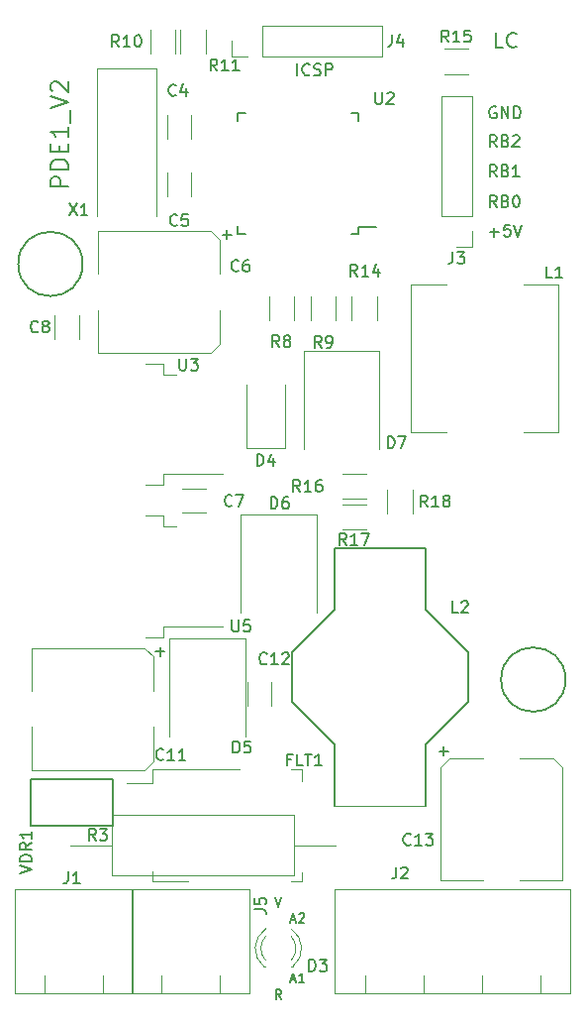
<source format=gbr>
G04 #@! TF.FileFunction,Legend,Top*
%FSLAX46Y46*%
G04 Gerber Fmt 4.6, Leading zero omitted, Abs format (unit mm)*
G04 Created by KiCad (PCBNEW 4.0.6) date 08/22/19 22:44:02*
%MOMM*%
%LPD*%
G01*
G04 APERTURE LIST*
%ADD10C,0.100000*%
%ADD11C,0.150000*%
%ADD12C,0.170000*%
%ADD13C,0.120000*%
G04 APERTURE END LIST*
D10*
D11*
X189913381Y-50113095D02*
X189294334Y-50113095D01*
X189294334Y-48813095D01*
X191089572Y-49989286D02*
X191027667Y-50051190D01*
X190841953Y-50113095D01*
X190718143Y-50113095D01*
X190532429Y-50051190D01*
X190408620Y-49927381D01*
X190346715Y-49803571D01*
X190284810Y-49555952D01*
X190284810Y-49370238D01*
X190346715Y-49122619D01*
X190408620Y-48998810D01*
X190532429Y-48875000D01*
X190718143Y-48813095D01*
X190841953Y-48813095D01*
X191027667Y-48875000D01*
X191089572Y-48936905D01*
D12*
X152739571Y-61989285D02*
X151239571Y-61989285D01*
X151239571Y-61417857D01*
X151311000Y-61274999D01*
X151382429Y-61203571D01*
X151525286Y-61132142D01*
X151739571Y-61132142D01*
X151882429Y-61203571D01*
X151953857Y-61274999D01*
X152025286Y-61417857D01*
X152025286Y-61989285D01*
X152739571Y-60489285D02*
X151239571Y-60489285D01*
X151239571Y-60132142D01*
X151311000Y-59917857D01*
X151453857Y-59774999D01*
X151596714Y-59703571D01*
X151882429Y-59632142D01*
X152096714Y-59632142D01*
X152382429Y-59703571D01*
X152525286Y-59774999D01*
X152668143Y-59917857D01*
X152739571Y-60132142D01*
X152739571Y-60489285D01*
X151953857Y-58989285D02*
X151953857Y-58489285D01*
X152739571Y-58274999D02*
X152739571Y-58989285D01*
X151239571Y-58989285D01*
X151239571Y-58274999D01*
X152739571Y-56846428D02*
X152739571Y-57703571D01*
X152739571Y-57274999D02*
X151239571Y-57274999D01*
X151453857Y-57417856D01*
X151596714Y-57560714D01*
X151668143Y-57703571D01*
X152882429Y-56560714D02*
X152882429Y-55417857D01*
X151239571Y-55275000D02*
X152739571Y-54775000D01*
X151239571Y-54275000D01*
X151382429Y-53846429D02*
X151311000Y-53775000D01*
X151239571Y-53632143D01*
X151239571Y-53275000D01*
X151311000Y-53132143D01*
X151382429Y-53060714D01*
X151525286Y-52989286D01*
X151668143Y-52989286D01*
X151882429Y-53060714D01*
X152739571Y-53917857D01*
X152739571Y-52989286D01*
D11*
X188799095Y-65846429D02*
X189561000Y-65846429D01*
X189180048Y-66227381D02*
X189180048Y-65465476D01*
X190513381Y-65227381D02*
X190037190Y-65227381D01*
X189989571Y-65703571D01*
X190037190Y-65655952D01*
X190132428Y-65608333D01*
X190370524Y-65608333D01*
X190465762Y-65655952D01*
X190513381Y-65703571D01*
X190561000Y-65798810D01*
X190561000Y-66036905D01*
X190513381Y-66132143D01*
X190465762Y-66179762D01*
X190370524Y-66227381D01*
X190132428Y-66227381D01*
X190037190Y-66179762D01*
X189989571Y-66132143D01*
X190846714Y-65227381D02*
X191180047Y-66227381D01*
X191513381Y-65227381D01*
X189370524Y-63727381D02*
X189037190Y-63251190D01*
X188799095Y-63727381D02*
X188799095Y-62727381D01*
X189180048Y-62727381D01*
X189275286Y-62775000D01*
X189322905Y-62822619D01*
X189370524Y-62917857D01*
X189370524Y-63060714D01*
X189322905Y-63155952D01*
X189275286Y-63203571D01*
X189180048Y-63251190D01*
X188799095Y-63251190D01*
X190132429Y-63203571D02*
X190275286Y-63251190D01*
X190322905Y-63298810D01*
X190370524Y-63394048D01*
X190370524Y-63536905D01*
X190322905Y-63632143D01*
X190275286Y-63679762D01*
X190180048Y-63727381D01*
X189799095Y-63727381D01*
X189799095Y-62727381D01*
X190132429Y-62727381D01*
X190227667Y-62775000D01*
X190275286Y-62822619D01*
X190322905Y-62917857D01*
X190322905Y-63013095D01*
X190275286Y-63108333D01*
X190227667Y-63155952D01*
X190132429Y-63203571D01*
X189799095Y-63203571D01*
X190989571Y-62727381D02*
X191084810Y-62727381D01*
X191180048Y-62775000D01*
X191227667Y-62822619D01*
X191275286Y-62917857D01*
X191322905Y-63108333D01*
X191322905Y-63346429D01*
X191275286Y-63536905D01*
X191227667Y-63632143D01*
X191180048Y-63679762D01*
X191084810Y-63727381D01*
X190989571Y-63727381D01*
X190894333Y-63679762D01*
X190846714Y-63632143D01*
X190799095Y-63536905D01*
X190751476Y-63346429D01*
X190751476Y-63108333D01*
X190799095Y-62917857D01*
X190846714Y-62822619D01*
X190894333Y-62775000D01*
X190989571Y-62727381D01*
X189370524Y-61127381D02*
X189037190Y-60651190D01*
X188799095Y-61127381D02*
X188799095Y-60127381D01*
X189180048Y-60127381D01*
X189275286Y-60175000D01*
X189322905Y-60222619D01*
X189370524Y-60317857D01*
X189370524Y-60460714D01*
X189322905Y-60555952D01*
X189275286Y-60603571D01*
X189180048Y-60651190D01*
X188799095Y-60651190D01*
X190132429Y-60603571D02*
X190275286Y-60651190D01*
X190322905Y-60698810D01*
X190370524Y-60794048D01*
X190370524Y-60936905D01*
X190322905Y-61032143D01*
X190275286Y-61079762D01*
X190180048Y-61127381D01*
X189799095Y-61127381D01*
X189799095Y-60127381D01*
X190132429Y-60127381D01*
X190227667Y-60175000D01*
X190275286Y-60222619D01*
X190322905Y-60317857D01*
X190322905Y-60413095D01*
X190275286Y-60508333D01*
X190227667Y-60555952D01*
X190132429Y-60603571D01*
X189799095Y-60603571D01*
X191322905Y-61127381D02*
X190751476Y-61127381D01*
X191037190Y-61127381D02*
X191037190Y-60127381D01*
X190941952Y-60270238D01*
X190846714Y-60365476D01*
X190751476Y-60413095D01*
X189370524Y-58577381D02*
X189037190Y-58101190D01*
X188799095Y-58577381D02*
X188799095Y-57577381D01*
X189180048Y-57577381D01*
X189275286Y-57625000D01*
X189322905Y-57672619D01*
X189370524Y-57767857D01*
X189370524Y-57910714D01*
X189322905Y-58005952D01*
X189275286Y-58053571D01*
X189180048Y-58101190D01*
X188799095Y-58101190D01*
X190132429Y-58053571D02*
X190275286Y-58101190D01*
X190322905Y-58148810D01*
X190370524Y-58244048D01*
X190370524Y-58386905D01*
X190322905Y-58482143D01*
X190275286Y-58529762D01*
X190180048Y-58577381D01*
X189799095Y-58577381D01*
X189799095Y-57577381D01*
X190132429Y-57577381D01*
X190227667Y-57625000D01*
X190275286Y-57672619D01*
X190322905Y-57767857D01*
X190322905Y-57863095D01*
X190275286Y-57958333D01*
X190227667Y-58005952D01*
X190132429Y-58053571D01*
X189799095Y-58053571D01*
X190751476Y-57672619D02*
X190799095Y-57625000D01*
X190894333Y-57577381D01*
X191132429Y-57577381D01*
X191227667Y-57625000D01*
X191275286Y-57672619D01*
X191322905Y-57767857D01*
X191322905Y-57863095D01*
X191275286Y-58005952D01*
X190703857Y-58577381D01*
X191322905Y-58577381D01*
X189322905Y-55175000D02*
X189227667Y-55127381D01*
X189084810Y-55127381D01*
X188941952Y-55175000D01*
X188846714Y-55270238D01*
X188799095Y-55365476D01*
X188751476Y-55555952D01*
X188751476Y-55698810D01*
X188799095Y-55889286D01*
X188846714Y-55984524D01*
X188941952Y-56079762D01*
X189084810Y-56127381D01*
X189180048Y-56127381D01*
X189322905Y-56079762D01*
X189370524Y-56032143D01*
X189370524Y-55698810D01*
X189180048Y-55698810D01*
X189799095Y-56127381D02*
X189799095Y-55127381D01*
X190370524Y-56127381D01*
X190370524Y-55127381D01*
X190846714Y-56127381D02*
X190846714Y-55127381D01*
X191084809Y-55127381D01*
X191227667Y-55175000D01*
X191322905Y-55270238D01*
X191370524Y-55365476D01*
X191418143Y-55555952D01*
X191418143Y-55698810D01*
X191370524Y-55889286D01*
X191322905Y-55984524D01*
X191227667Y-56079762D01*
X191084809Y-56127381D01*
X190846714Y-56127381D01*
X172334810Y-52477381D02*
X172334810Y-51477381D01*
X173382429Y-52382143D02*
X173334810Y-52429762D01*
X173191953Y-52477381D01*
X173096715Y-52477381D01*
X172953857Y-52429762D01*
X172858619Y-52334524D01*
X172811000Y-52239286D01*
X172763381Y-52048810D01*
X172763381Y-51905952D01*
X172811000Y-51715476D01*
X172858619Y-51620238D01*
X172953857Y-51525000D01*
X173096715Y-51477381D01*
X173191953Y-51477381D01*
X173334810Y-51525000D01*
X173382429Y-51572619D01*
X173763381Y-52429762D02*
X173906238Y-52477381D01*
X174144334Y-52477381D01*
X174239572Y-52429762D01*
X174287191Y-52382143D01*
X174334810Y-52286905D01*
X174334810Y-52191667D01*
X174287191Y-52096429D01*
X174239572Y-52048810D01*
X174144334Y-52001190D01*
X173953857Y-51953571D01*
X173858619Y-51905952D01*
X173811000Y-51858333D01*
X173763381Y-51763095D01*
X173763381Y-51667857D01*
X173811000Y-51572619D01*
X173858619Y-51525000D01*
X173953857Y-51477381D01*
X174191953Y-51477381D01*
X174334810Y-51525000D01*
X174763381Y-52477381D02*
X174763381Y-51477381D01*
X175144334Y-51477381D01*
X175239572Y-51525000D01*
X175287191Y-51572619D01*
X175334810Y-51667857D01*
X175334810Y-51810714D01*
X175287191Y-51905952D01*
X175239572Y-51953571D01*
X175144334Y-52001190D01*
X174763381Y-52001190D01*
D13*
X161191000Y-55875000D02*
X161191000Y-57875000D01*
X163231000Y-57875000D02*
X163231000Y-55875000D01*
X163231000Y-62775000D02*
X163231000Y-60775000D01*
X161191000Y-60775000D02*
X161191000Y-62775000D01*
X162511000Y-89795000D02*
X164511000Y-89795000D01*
X164511000Y-87755000D02*
X162511000Y-87755000D01*
X151591000Y-72975000D02*
X151591000Y-74975000D01*
X153631000Y-74975000D02*
X153631000Y-72975000D01*
X170081000Y-106275000D02*
X170081000Y-104275000D01*
X168041000Y-104275000D02*
X168041000Y-106275000D01*
X167961000Y-84275000D02*
X171261000Y-84275000D01*
X171261000Y-84275000D02*
X171261000Y-78875000D01*
X167961000Y-84275000D02*
X167961000Y-78875000D01*
X161361000Y-100575000D02*
X167861000Y-100575000D01*
X161361000Y-100575000D02*
X161361000Y-108975000D01*
X167861000Y-100575000D02*
X167861000Y-108975000D01*
X167461000Y-89975000D02*
X173961000Y-89975000D01*
X167461000Y-89975000D02*
X167461000Y-98375000D01*
X173961000Y-89975000D02*
X173961000Y-98375000D01*
X172861000Y-75975000D02*
X179361000Y-75975000D01*
X172861000Y-75975000D02*
X172861000Y-84375000D01*
X179361000Y-75975000D02*
X179361000Y-84375000D01*
X159961000Y-121325000D02*
X159961000Y-120475000D01*
X172761000Y-121325000D02*
X172761000Y-120525000D01*
X172761000Y-112725000D02*
X172761000Y-111725000D01*
X159961000Y-112925000D02*
X159961000Y-111725000D01*
X167361000Y-111725000D02*
X159961000Y-111725000D01*
X172761000Y-111725000D02*
X171761000Y-111725000D01*
X171761000Y-121325000D02*
X172761000Y-121325000D01*
X162961000Y-121325000D02*
X159961000Y-121325000D01*
X159961000Y-112925000D02*
X157761000Y-112925000D01*
X187291000Y-54285000D02*
X184631000Y-54285000D01*
X187291000Y-64505000D02*
X187291000Y-54285000D01*
X184631000Y-64505000D02*
X184631000Y-54285000D01*
X187291000Y-64505000D02*
X184631000Y-64505000D01*
X187291000Y-65775000D02*
X187291000Y-67105000D01*
X187291000Y-67105000D02*
X185961000Y-67105000D01*
X179551000Y-50855000D02*
X179551000Y-48195000D01*
X169331000Y-50855000D02*
X179551000Y-50855000D01*
X169331000Y-48195000D02*
X179551000Y-48195000D01*
X169331000Y-50855000D02*
X169331000Y-48195000D01*
X168061000Y-50855000D02*
X166731000Y-50855000D01*
X166731000Y-50855000D02*
X166731000Y-49525000D01*
X185061000Y-82975000D02*
X182061000Y-82975000D01*
X182061000Y-82975000D02*
X182061000Y-70375000D01*
X182061000Y-70375000D02*
X185061000Y-70375000D01*
X191661000Y-70375000D02*
X194661000Y-70375000D01*
X194661000Y-70375000D02*
X194661000Y-82975000D01*
X194661000Y-82975000D02*
X191661000Y-82975000D01*
X156451000Y-115665000D02*
X156451000Y-120785000D01*
X156451000Y-120785000D02*
X172071000Y-120785000D01*
X172071000Y-120785000D02*
X172071000Y-115665000D01*
X172071000Y-115665000D02*
X156451000Y-115665000D01*
X152941000Y-118225000D02*
X156451000Y-118225000D01*
X175581000Y-118225000D02*
X172071000Y-118225000D01*
X172031000Y-71375000D02*
X172031000Y-73375000D01*
X169891000Y-73375000D02*
X169891000Y-71375000D01*
X175631000Y-71375000D02*
X175631000Y-73375000D01*
X173491000Y-73375000D02*
X173491000Y-71375000D01*
X164481000Y-48575000D02*
X164481000Y-50575000D01*
X162341000Y-50575000D02*
X162341000Y-48575000D01*
X159741000Y-50575000D02*
X159741000Y-48575000D01*
X161881000Y-48575000D02*
X161881000Y-50575000D01*
X179131000Y-71375000D02*
X179131000Y-73375000D01*
X176991000Y-73375000D02*
X176991000Y-71375000D01*
X186911000Y-52345000D02*
X184911000Y-52345000D01*
X184911000Y-50205000D02*
X186911000Y-50205000D01*
X176211000Y-86505000D02*
X178211000Y-86505000D01*
X178211000Y-88645000D02*
X176211000Y-88645000D01*
X178211000Y-91245000D02*
X176211000Y-91245000D01*
X176211000Y-89105000D02*
X178211000Y-89105000D01*
X182181000Y-87875000D02*
X182181000Y-89875000D01*
X180041000Y-89875000D02*
X180041000Y-87875000D01*
D11*
X177586000Y-66050000D02*
X177586000Y-65450000D01*
X167236000Y-66050000D02*
X167236000Y-65380000D01*
X167236000Y-55700000D02*
X167236000Y-56370000D01*
X177586000Y-55700000D02*
X177586000Y-56370000D01*
X177586000Y-66050000D02*
X176916000Y-66050000D01*
X177586000Y-55700000D02*
X176916000Y-55700000D01*
X167236000Y-55700000D02*
X167906000Y-55700000D01*
X167236000Y-66050000D02*
X167906000Y-66050000D01*
X177586000Y-65450000D02*
X179061000Y-65450000D01*
D13*
X159361000Y-87475000D02*
X160861000Y-87475000D01*
X160861000Y-87475000D02*
X160861000Y-86525000D01*
X160861000Y-86525000D02*
X165986000Y-86525000D01*
X159361000Y-77075000D02*
X160861000Y-77075000D01*
X160861000Y-77075000D02*
X160861000Y-78025000D01*
X160861000Y-78025000D02*
X161961000Y-78025000D01*
X159361000Y-100475000D02*
X160861000Y-100475000D01*
X160861000Y-100475000D02*
X160861000Y-99525000D01*
X160861000Y-99525000D02*
X165986000Y-99525000D01*
X159361000Y-90075000D02*
X160861000Y-90075000D01*
X160861000Y-90075000D02*
X160861000Y-91025000D01*
X160861000Y-91025000D02*
X161961000Y-91025000D01*
D11*
X149511000Y-116575000D02*
X156511000Y-116575000D01*
X149511000Y-112575000D02*
X156511000Y-112575000D01*
X156511000Y-112575000D02*
X156511000Y-116575000D01*
X149511000Y-112575000D02*
X149511000Y-116575000D01*
D13*
X165721000Y-75425000D02*
X165721000Y-72535000D01*
X165721000Y-66525000D02*
X165721000Y-69415000D01*
X155301000Y-65765000D02*
X155301000Y-69415000D01*
X155301000Y-76185000D02*
X155301000Y-72535000D01*
X155301000Y-65765000D02*
X164961000Y-65765000D01*
X164961000Y-65765000D02*
X165721000Y-66525000D01*
X165721000Y-75425000D02*
X164961000Y-76185000D01*
X164961000Y-76185000D02*
X155301000Y-76185000D01*
X160021000Y-111025000D02*
X160021000Y-108135000D01*
X160021000Y-102125000D02*
X160021000Y-105015000D01*
X149601000Y-101365000D02*
X149601000Y-105015000D01*
X149601000Y-111785000D02*
X149601000Y-108135000D01*
X149601000Y-101365000D02*
X159261000Y-101365000D01*
X159261000Y-101365000D02*
X160021000Y-102125000D01*
X160021000Y-111025000D02*
X159261000Y-111785000D01*
X159261000Y-111785000D02*
X149601000Y-111785000D01*
X194211000Y-110765000D02*
X191321000Y-110765000D01*
X185311000Y-110765000D02*
X188201000Y-110765000D01*
X184551000Y-121185000D02*
X188201000Y-121185000D01*
X194971000Y-121185000D02*
X191321000Y-121185000D01*
X184551000Y-121185000D02*
X184551000Y-111525000D01*
X184551000Y-111525000D02*
X185311000Y-110765000D01*
X194211000Y-110765000D02*
X194971000Y-111525000D01*
X194971000Y-111525000D02*
X194971000Y-121185000D01*
X155711000Y-129335000D02*
X155711000Y-130885000D01*
X150711000Y-129335000D02*
X150711000Y-130885000D01*
X148151000Y-121965000D02*
X158271000Y-121965000D01*
X158271000Y-130885000D02*
X148151000Y-130885000D01*
X148151000Y-121965000D02*
X148151000Y-130885000D01*
X158271000Y-121965000D02*
X158271000Y-130885000D01*
X193121000Y-129325000D02*
X193111000Y-130885000D01*
X188111000Y-129325000D02*
X188111000Y-130885000D01*
X183111000Y-129325000D02*
X183111000Y-130885000D01*
X178111000Y-129335000D02*
X178111000Y-130885000D01*
X195671000Y-121965000D02*
X195671000Y-130885000D01*
X175551000Y-121965000D02*
X195671000Y-121965000D01*
X195671000Y-130885000D02*
X175551000Y-130885000D01*
X175551000Y-121965000D02*
X175551000Y-130885000D01*
X165711000Y-129335000D02*
X165711000Y-130885000D01*
X160711000Y-129335000D02*
X160711000Y-130885000D01*
X158151000Y-121965000D02*
X168271000Y-121965000D01*
X168271000Y-130885000D02*
X158151000Y-130885000D01*
X158151000Y-121965000D02*
X158151000Y-130885000D01*
X168271000Y-121965000D02*
X168271000Y-130885000D01*
D11*
X183291000Y-114875000D02*
X183291000Y-109615000D01*
X183291000Y-109615000D02*
X186911000Y-105995000D01*
X175531000Y-114875000D02*
X175531000Y-109615000D01*
X175531000Y-109615000D02*
X171911000Y-105995000D01*
X183301000Y-92875000D02*
X183301000Y-98135000D01*
X183301000Y-98135000D02*
X186911000Y-101755000D01*
X175551000Y-92875000D02*
X175541000Y-98145000D01*
X175541000Y-98145000D02*
X171911000Y-101755000D01*
D13*
X183291000Y-114875000D02*
X175531000Y-114865000D01*
D11*
X183311000Y-92875000D02*
X175551000Y-92875000D01*
X171911000Y-101755000D02*
X171911000Y-105995000D01*
X186911000Y-105995000D02*
X186911000Y-101755000D01*
D13*
X169632392Y-125362665D02*
G75*
G03X169475484Y-128595000I1078608J-1672335D01*
G01*
X171789608Y-125362665D02*
G75*
G02X171946516Y-128595000I-1078608J-1672335D01*
G01*
X169631163Y-125993870D02*
G75*
G03X169631000Y-128075961I1079837J-1041130D01*
G01*
X171790837Y-125993870D02*
G75*
G02X171791000Y-128075961I-1079837J-1041130D01*
G01*
X169475000Y-128595000D02*
X169631000Y-128595000D01*
X171791000Y-128595000D02*
X171947000Y-128595000D01*
D11*
X195261164Y-104075000D02*
G75*
G03X195261164Y-104075000I-2750164J0D01*
G01*
X153961164Y-68575000D02*
G75*
G03X153961164Y-68575000I-2750164J0D01*
G01*
D13*
X160261000Y-64475000D02*
X160261000Y-51875000D01*
X160261000Y-51875000D02*
X155161000Y-51875000D01*
X155161000Y-51875000D02*
X155161000Y-64475000D01*
D11*
X161944334Y-54132143D02*
X161896715Y-54179762D01*
X161753858Y-54227381D01*
X161658620Y-54227381D01*
X161515762Y-54179762D01*
X161420524Y-54084524D01*
X161372905Y-53989286D01*
X161325286Y-53798810D01*
X161325286Y-53655952D01*
X161372905Y-53465476D01*
X161420524Y-53370238D01*
X161515762Y-53275000D01*
X161658620Y-53227381D01*
X161753858Y-53227381D01*
X161896715Y-53275000D01*
X161944334Y-53322619D01*
X162801477Y-53560714D02*
X162801477Y-54227381D01*
X162563381Y-53179762D02*
X162325286Y-53894048D01*
X162944334Y-53894048D01*
X162044334Y-65232143D02*
X161996715Y-65279762D01*
X161853858Y-65327381D01*
X161758620Y-65327381D01*
X161615762Y-65279762D01*
X161520524Y-65184524D01*
X161472905Y-65089286D01*
X161425286Y-64898810D01*
X161425286Y-64755952D01*
X161472905Y-64565476D01*
X161520524Y-64470238D01*
X161615762Y-64375000D01*
X161758620Y-64327381D01*
X161853858Y-64327381D01*
X161996715Y-64375000D01*
X162044334Y-64422619D01*
X162949096Y-64327381D02*
X162472905Y-64327381D01*
X162425286Y-64803571D01*
X162472905Y-64755952D01*
X162568143Y-64708333D01*
X162806239Y-64708333D01*
X162901477Y-64755952D01*
X162949096Y-64803571D01*
X162996715Y-64898810D01*
X162996715Y-65136905D01*
X162949096Y-65232143D01*
X162901477Y-65279762D01*
X162806239Y-65327381D01*
X162568143Y-65327381D01*
X162472905Y-65279762D01*
X162425286Y-65232143D01*
X166744334Y-89182143D02*
X166696715Y-89229762D01*
X166553858Y-89277381D01*
X166458620Y-89277381D01*
X166315762Y-89229762D01*
X166220524Y-89134524D01*
X166172905Y-89039286D01*
X166125286Y-88848810D01*
X166125286Y-88705952D01*
X166172905Y-88515476D01*
X166220524Y-88420238D01*
X166315762Y-88325000D01*
X166458620Y-88277381D01*
X166553858Y-88277381D01*
X166696715Y-88325000D01*
X166744334Y-88372619D01*
X167077667Y-88277381D02*
X167744334Y-88277381D01*
X167315762Y-89277381D01*
X150144334Y-74332143D02*
X150096715Y-74379762D01*
X149953858Y-74427381D01*
X149858620Y-74427381D01*
X149715762Y-74379762D01*
X149620524Y-74284524D01*
X149572905Y-74189286D01*
X149525286Y-73998810D01*
X149525286Y-73855952D01*
X149572905Y-73665476D01*
X149620524Y-73570238D01*
X149715762Y-73475000D01*
X149858620Y-73427381D01*
X149953858Y-73427381D01*
X150096715Y-73475000D01*
X150144334Y-73522619D01*
X150715762Y-73855952D02*
X150620524Y-73808333D01*
X150572905Y-73760714D01*
X150525286Y-73665476D01*
X150525286Y-73617857D01*
X150572905Y-73522619D01*
X150620524Y-73475000D01*
X150715762Y-73427381D01*
X150906239Y-73427381D01*
X151001477Y-73475000D01*
X151049096Y-73522619D01*
X151096715Y-73617857D01*
X151096715Y-73665476D01*
X151049096Y-73760714D01*
X151001477Y-73808333D01*
X150906239Y-73855952D01*
X150715762Y-73855952D01*
X150620524Y-73903571D01*
X150572905Y-73951190D01*
X150525286Y-74046429D01*
X150525286Y-74236905D01*
X150572905Y-74332143D01*
X150620524Y-74379762D01*
X150715762Y-74427381D01*
X150906239Y-74427381D01*
X151001477Y-74379762D01*
X151049096Y-74332143D01*
X151096715Y-74236905D01*
X151096715Y-74046429D01*
X151049096Y-73951190D01*
X151001477Y-73903571D01*
X150906239Y-73855952D01*
X169718143Y-102682143D02*
X169670524Y-102729762D01*
X169527667Y-102777381D01*
X169432429Y-102777381D01*
X169289571Y-102729762D01*
X169194333Y-102634524D01*
X169146714Y-102539286D01*
X169099095Y-102348810D01*
X169099095Y-102205952D01*
X169146714Y-102015476D01*
X169194333Y-101920238D01*
X169289571Y-101825000D01*
X169432429Y-101777381D01*
X169527667Y-101777381D01*
X169670524Y-101825000D01*
X169718143Y-101872619D01*
X170670524Y-102777381D02*
X170099095Y-102777381D01*
X170384809Y-102777381D02*
X170384809Y-101777381D01*
X170289571Y-101920238D01*
X170194333Y-102015476D01*
X170099095Y-102063095D01*
X171051476Y-101872619D02*
X171099095Y-101825000D01*
X171194333Y-101777381D01*
X171432429Y-101777381D01*
X171527667Y-101825000D01*
X171575286Y-101872619D01*
X171622905Y-101967857D01*
X171622905Y-102063095D01*
X171575286Y-102205952D01*
X171003857Y-102777381D01*
X171622905Y-102777381D01*
X168872905Y-85827381D02*
X168872905Y-84827381D01*
X169111000Y-84827381D01*
X169253858Y-84875000D01*
X169349096Y-84970238D01*
X169396715Y-85065476D01*
X169444334Y-85255952D01*
X169444334Y-85398810D01*
X169396715Y-85589286D01*
X169349096Y-85684524D01*
X169253858Y-85779762D01*
X169111000Y-85827381D01*
X168872905Y-85827381D01*
X170301477Y-85160714D02*
X170301477Y-85827381D01*
X170063381Y-84779762D02*
X169825286Y-85494048D01*
X170444334Y-85494048D01*
X166822905Y-110327381D02*
X166822905Y-109327381D01*
X167061000Y-109327381D01*
X167203858Y-109375000D01*
X167299096Y-109470238D01*
X167346715Y-109565476D01*
X167394334Y-109755952D01*
X167394334Y-109898810D01*
X167346715Y-110089286D01*
X167299096Y-110184524D01*
X167203858Y-110279762D01*
X167061000Y-110327381D01*
X166822905Y-110327381D01*
X168299096Y-109327381D02*
X167822905Y-109327381D01*
X167775286Y-109803571D01*
X167822905Y-109755952D01*
X167918143Y-109708333D01*
X168156239Y-109708333D01*
X168251477Y-109755952D01*
X168299096Y-109803571D01*
X168346715Y-109898810D01*
X168346715Y-110136905D01*
X168299096Y-110232143D01*
X168251477Y-110279762D01*
X168156239Y-110327381D01*
X167918143Y-110327381D01*
X167822905Y-110279762D01*
X167775286Y-110232143D01*
X170072905Y-89477381D02*
X170072905Y-88477381D01*
X170311000Y-88477381D01*
X170453858Y-88525000D01*
X170549096Y-88620238D01*
X170596715Y-88715476D01*
X170644334Y-88905952D01*
X170644334Y-89048810D01*
X170596715Y-89239286D01*
X170549096Y-89334524D01*
X170453858Y-89429762D01*
X170311000Y-89477381D01*
X170072905Y-89477381D01*
X171501477Y-88477381D02*
X171311000Y-88477381D01*
X171215762Y-88525000D01*
X171168143Y-88572619D01*
X171072905Y-88715476D01*
X171025286Y-88905952D01*
X171025286Y-89286905D01*
X171072905Y-89382143D01*
X171120524Y-89429762D01*
X171215762Y-89477381D01*
X171406239Y-89477381D01*
X171501477Y-89429762D01*
X171549096Y-89382143D01*
X171596715Y-89286905D01*
X171596715Y-89048810D01*
X171549096Y-88953571D01*
X171501477Y-88905952D01*
X171406239Y-88858333D01*
X171215762Y-88858333D01*
X171120524Y-88905952D01*
X171072905Y-88953571D01*
X171025286Y-89048810D01*
X180072905Y-84327381D02*
X180072905Y-83327381D01*
X180311000Y-83327381D01*
X180453858Y-83375000D01*
X180549096Y-83470238D01*
X180596715Y-83565476D01*
X180644334Y-83755952D01*
X180644334Y-83898810D01*
X180596715Y-84089286D01*
X180549096Y-84184524D01*
X180453858Y-84279762D01*
X180311000Y-84327381D01*
X180072905Y-84327381D01*
X180977667Y-83327381D02*
X181644334Y-83327381D01*
X181215762Y-84327381D01*
X171791953Y-110903571D02*
X171458619Y-110903571D01*
X171458619Y-111427381D02*
X171458619Y-110427381D01*
X171934810Y-110427381D01*
X172791953Y-111427381D02*
X172315762Y-111427381D01*
X172315762Y-110427381D01*
X172982429Y-110427381D02*
X173553858Y-110427381D01*
X173268143Y-111427381D02*
X173268143Y-110427381D01*
X174411001Y-111427381D02*
X173839572Y-111427381D01*
X174125286Y-111427381D02*
X174125286Y-110427381D01*
X174030048Y-110570238D01*
X173934810Y-110665476D01*
X173839572Y-110713095D01*
X185627667Y-67557381D02*
X185627667Y-68271667D01*
X185580047Y-68414524D01*
X185484809Y-68509762D01*
X185341952Y-68557381D01*
X185246714Y-68557381D01*
X186008619Y-67557381D02*
X186627667Y-67557381D01*
X186294333Y-67938333D01*
X186437191Y-67938333D01*
X186532429Y-67985952D01*
X186580048Y-68033571D01*
X186627667Y-68128810D01*
X186627667Y-68366905D01*
X186580048Y-68462143D01*
X186532429Y-68509762D01*
X186437191Y-68557381D01*
X186151476Y-68557381D01*
X186056238Y-68509762D01*
X186008619Y-68462143D01*
X180427667Y-48977381D02*
X180427667Y-49691667D01*
X180380047Y-49834524D01*
X180284809Y-49929762D01*
X180141952Y-49977381D01*
X180046714Y-49977381D01*
X181332429Y-49310714D02*
X181332429Y-49977381D01*
X181094333Y-48929762D02*
X180856238Y-49644048D01*
X181475286Y-49644048D01*
X194144334Y-69777381D02*
X193668143Y-69777381D01*
X193668143Y-68777381D01*
X195001477Y-69777381D02*
X194430048Y-69777381D01*
X194715762Y-69777381D02*
X194715762Y-68777381D01*
X194620524Y-68920238D01*
X194525286Y-69015476D01*
X194430048Y-69063095D01*
X155094334Y-117827381D02*
X154761000Y-117351190D01*
X154522905Y-117827381D02*
X154522905Y-116827381D01*
X154903858Y-116827381D01*
X154999096Y-116875000D01*
X155046715Y-116922619D01*
X155094334Y-117017857D01*
X155094334Y-117160714D01*
X155046715Y-117255952D01*
X154999096Y-117303571D01*
X154903858Y-117351190D01*
X154522905Y-117351190D01*
X155427667Y-116827381D02*
X156046715Y-116827381D01*
X155713381Y-117208333D01*
X155856239Y-117208333D01*
X155951477Y-117255952D01*
X155999096Y-117303571D01*
X156046715Y-117398810D01*
X156046715Y-117636905D01*
X155999096Y-117732143D01*
X155951477Y-117779762D01*
X155856239Y-117827381D01*
X155570524Y-117827381D01*
X155475286Y-117779762D01*
X155427667Y-117732143D01*
X170794334Y-75677381D02*
X170461000Y-75201190D01*
X170222905Y-75677381D02*
X170222905Y-74677381D01*
X170603858Y-74677381D01*
X170699096Y-74725000D01*
X170746715Y-74772619D01*
X170794334Y-74867857D01*
X170794334Y-75010714D01*
X170746715Y-75105952D01*
X170699096Y-75153571D01*
X170603858Y-75201190D01*
X170222905Y-75201190D01*
X171365762Y-75105952D02*
X171270524Y-75058333D01*
X171222905Y-75010714D01*
X171175286Y-74915476D01*
X171175286Y-74867857D01*
X171222905Y-74772619D01*
X171270524Y-74725000D01*
X171365762Y-74677381D01*
X171556239Y-74677381D01*
X171651477Y-74725000D01*
X171699096Y-74772619D01*
X171746715Y-74867857D01*
X171746715Y-74915476D01*
X171699096Y-75010714D01*
X171651477Y-75058333D01*
X171556239Y-75105952D01*
X171365762Y-75105952D01*
X171270524Y-75153571D01*
X171222905Y-75201190D01*
X171175286Y-75296429D01*
X171175286Y-75486905D01*
X171222905Y-75582143D01*
X171270524Y-75629762D01*
X171365762Y-75677381D01*
X171556239Y-75677381D01*
X171651477Y-75629762D01*
X171699096Y-75582143D01*
X171746715Y-75486905D01*
X171746715Y-75296429D01*
X171699096Y-75201190D01*
X171651477Y-75153571D01*
X171556239Y-75105952D01*
X174394334Y-75727381D02*
X174061000Y-75251190D01*
X173822905Y-75727381D02*
X173822905Y-74727381D01*
X174203858Y-74727381D01*
X174299096Y-74775000D01*
X174346715Y-74822619D01*
X174394334Y-74917857D01*
X174394334Y-75060714D01*
X174346715Y-75155952D01*
X174299096Y-75203571D01*
X174203858Y-75251190D01*
X173822905Y-75251190D01*
X174870524Y-75727381D02*
X175061000Y-75727381D01*
X175156239Y-75679762D01*
X175203858Y-75632143D01*
X175299096Y-75489286D01*
X175346715Y-75298810D01*
X175346715Y-74917857D01*
X175299096Y-74822619D01*
X175251477Y-74775000D01*
X175156239Y-74727381D01*
X174965762Y-74727381D01*
X174870524Y-74775000D01*
X174822905Y-74822619D01*
X174775286Y-74917857D01*
X174775286Y-75155952D01*
X174822905Y-75251190D01*
X174870524Y-75298810D01*
X174965762Y-75346429D01*
X175156239Y-75346429D01*
X175251477Y-75298810D01*
X175299096Y-75251190D01*
X175346715Y-75155952D01*
X157068143Y-50027381D02*
X156734809Y-49551190D01*
X156496714Y-50027381D02*
X156496714Y-49027381D01*
X156877667Y-49027381D01*
X156972905Y-49075000D01*
X157020524Y-49122619D01*
X157068143Y-49217857D01*
X157068143Y-49360714D01*
X157020524Y-49455952D01*
X156972905Y-49503571D01*
X156877667Y-49551190D01*
X156496714Y-49551190D01*
X158020524Y-50027381D02*
X157449095Y-50027381D01*
X157734809Y-50027381D02*
X157734809Y-49027381D01*
X157639571Y-49170238D01*
X157544333Y-49265476D01*
X157449095Y-49313095D01*
X158639571Y-49027381D02*
X158734810Y-49027381D01*
X158830048Y-49075000D01*
X158877667Y-49122619D01*
X158925286Y-49217857D01*
X158972905Y-49408333D01*
X158972905Y-49646429D01*
X158925286Y-49836905D01*
X158877667Y-49932143D01*
X158830048Y-49979762D01*
X158734810Y-50027381D01*
X158639571Y-50027381D01*
X158544333Y-49979762D01*
X158496714Y-49932143D01*
X158449095Y-49836905D01*
X158401476Y-49646429D01*
X158401476Y-49408333D01*
X158449095Y-49217857D01*
X158496714Y-49122619D01*
X158544333Y-49075000D01*
X158639571Y-49027381D01*
X165468143Y-52077381D02*
X165134809Y-51601190D01*
X164896714Y-52077381D02*
X164896714Y-51077381D01*
X165277667Y-51077381D01*
X165372905Y-51125000D01*
X165420524Y-51172619D01*
X165468143Y-51267857D01*
X165468143Y-51410714D01*
X165420524Y-51505952D01*
X165372905Y-51553571D01*
X165277667Y-51601190D01*
X164896714Y-51601190D01*
X166420524Y-52077381D02*
X165849095Y-52077381D01*
X166134809Y-52077381D02*
X166134809Y-51077381D01*
X166039571Y-51220238D01*
X165944333Y-51315476D01*
X165849095Y-51363095D01*
X167372905Y-52077381D02*
X166801476Y-52077381D01*
X167087190Y-52077381D02*
X167087190Y-51077381D01*
X166991952Y-51220238D01*
X166896714Y-51315476D01*
X166801476Y-51363095D01*
X177468143Y-69627381D02*
X177134809Y-69151190D01*
X176896714Y-69627381D02*
X176896714Y-68627381D01*
X177277667Y-68627381D01*
X177372905Y-68675000D01*
X177420524Y-68722619D01*
X177468143Y-68817857D01*
X177468143Y-68960714D01*
X177420524Y-69055952D01*
X177372905Y-69103571D01*
X177277667Y-69151190D01*
X176896714Y-69151190D01*
X178420524Y-69627381D02*
X177849095Y-69627381D01*
X178134809Y-69627381D02*
X178134809Y-68627381D01*
X178039571Y-68770238D01*
X177944333Y-68865476D01*
X177849095Y-68913095D01*
X179277667Y-68960714D02*
X179277667Y-69627381D01*
X179039571Y-68579762D02*
X178801476Y-69294048D01*
X179420524Y-69294048D01*
X185268143Y-49627381D02*
X184934809Y-49151190D01*
X184696714Y-49627381D02*
X184696714Y-48627381D01*
X185077667Y-48627381D01*
X185172905Y-48675000D01*
X185220524Y-48722619D01*
X185268143Y-48817857D01*
X185268143Y-48960714D01*
X185220524Y-49055952D01*
X185172905Y-49103571D01*
X185077667Y-49151190D01*
X184696714Y-49151190D01*
X186220524Y-49627381D02*
X185649095Y-49627381D01*
X185934809Y-49627381D02*
X185934809Y-48627381D01*
X185839571Y-48770238D01*
X185744333Y-48865476D01*
X185649095Y-48913095D01*
X187125286Y-48627381D02*
X186649095Y-48627381D01*
X186601476Y-49103571D01*
X186649095Y-49055952D01*
X186744333Y-49008333D01*
X186982429Y-49008333D01*
X187077667Y-49055952D01*
X187125286Y-49103571D01*
X187172905Y-49198810D01*
X187172905Y-49436905D01*
X187125286Y-49532143D01*
X187077667Y-49579762D01*
X186982429Y-49627381D01*
X186744333Y-49627381D01*
X186649095Y-49579762D01*
X186601476Y-49532143D01*
X172568143Y-88027381D02*
X172234809Y-87551190D01*
X171996714Y-88027381D02*
X171996714Y-87027381D01*
X172377667Y-87027381D01*
X172472905Y-87075000D01*
X172520524Y-87122619D01*
X172568143Y-87217857D01*
X172568143Y-87360714D01*
X172520524Y-87455952D01*
X172472905Y-87503571D01*
X172377667Y-87551190D01*
X171996714Y-87551190D01*
X173520524Y-88027381D02*
X172949095Y-88027381D01*
X173234809Y-88027381D02*
X173234809Y-87027381D01*
X173139571Y-87170238D01*
X173044333Y-87265476D01*
X172949095Y-87313095D01*
X174377667Y-87027381D02*
X174187190Y-87027381D01*
X174091952Y-87075000D01*
X174044333Y-87122619D01*
X173949095Y-87265476D01*
X173901476Y-87455952D01*
X173901476Y-87836905D01*
X173949095Y-87932143D01*
X173996714Y-87979762D01*
X174091952Y-88027381D01*
X174282429Y-88027381D01*
X174377667Y-87979762D01*
X174425286Y-87932143D01*
X174472905Y-87836905D01*
X174472905Y-87598810D01*
X174425286Y-87503571D01*
X174377667Y-87455952D01*
X174282429Y-87408333D01*
X174091952Y-87408333D01*
X173996714Y-87455952D01*
X173949095Y-87503571D01*
X173901476Y-87598810D01*
X176518143Y-92577381D02*
X176184809Y-92101190D01*
X175946714Y-92577381D02*
X175946714Y-91577381D01*
X176327667Y-91577381D01*
X176422905Y-91625000D01*
X176470524Y-91672619D01*
X176518143Y-91767857D01*
X176518143Y-91910714D01*
X176470524Y-92005952D01*
X176422905Y-92053571D01*
X176327667Y-92101190D01*
X175946714Y-92101190D01*
X177470524Y-92577381D02*
X176899095Y-92577381D01*
X177184809Y-92577381D02*
X177184809Y-91577381D01*
X177089571Y-91720238D01*
X176994333Y-91815476D01*
X176899095Y-91863095D01*
X177803857Y-91577381D02*
X178470524Y-91577381D01*
X178041952Y-92577381D01*
X183468143Y-89327381D02*
X183134809Y-88851190D01*
X182896714Y-89327381D02*
X182896714Y-88327381D01*
X183277667Y-88327381D01*
X183372905Y-88375000D01*
X183420524Y-88422619D01*
X183468143Y-88517857D01*
X183468143Y-88660714D01*
X183420524Y-88755952D01*
X183372905Y-88803571D01*
X183277667Y-88851190D01*
X182896714Y-88851190D01*
X184420524Y-89327381D02*
X183849095Y-89327381D01*
X184134809Y-89327381D02*
X184134809Y-88327381D01*
X184039571Y-88470238D01*
X183944333Y-88565476D01*
X183849095Y-88613095D01*
X184991952Y-88755952D02*
X184896714Y-88708333D01*
X184849095Y-88660714D01*
X184801476Y-88565476D01*
X184801476Y-88517857D01*
X184849095Y-88422619D01*
X184896714Y-88375000D01*
X184991952Y-88327381D01*
X185182429Y-88327381D01*
X185277667Y-88375000D01*
X185325286Y-88422619D01*
X185372905Y-88517857D01*
X185372905Y-88565476D01*
X185325286Y-88660714D01*
X185277667Y-88708333D01*
X185182429Y-88755952D01*
X184991952Y-88755952D01*
X184896714Y-88803571D01*
X184849095Y-88851190D01*
X184801476Y-88946429D01*
X184801476Y-89136905D01*
X184849095Y-89232143D01*
X184896714Y-89279762D01*
X184991952Y-89327381D01*
X185182429Y-89327381D01*
X185277667Y-89279762D01*
X185325286Y-89232143D01*
X185372905Y-89136905D01*
X185372905Y-88946429D01*
X185325286Y-88851190D01*
X185277667Y-88803571D01*
X185182429Y-88755952D01*
X178999095Y-53927381D02*
X178999095Y-54736905D01*
X179046714Y-54832143D01*
X179094333Y-54879762D01*
X179189571Y-54927381D01*
X179380048Y-54927381D01*
X179475286Y-54879762D01*
X179522905Y-54832143D01*
X179570524Y-54736905D01*
X179570524Y-53927381D01*
X179999095Y-54022619D02*
X180046714Y-53975000D01*
X180141952Y-53927381D01*
X180380048Y-53927381D01*
X180475286Y-53975000D01*
X180522905Y-54022619D01*
X180570524Y-54117857D01*
X180570524Y-54213095D01*
X180522905Y-54355952D01*
X179951476Y-54927381D01*
X180570524Y-54927381D01*
X162249095Y-76677381D02*
X162249095Y-77486905D01*
X162296714Y-77582143D01*
X162344333Y-77629762D01*
X162439571Y-77677381D01*
X162630048Y-77677381D01*
X162725286Y-77629762D01*
X162772905Y-77582143D01*
X162820524Y-77486905D01*
X162820524Y-76677381D01*
X163201476Y-76677381D02*
X163820524Y-76677381D01*
X163487190Y-77058333D01*
X163630048Y-77058333D01*
X163725286Y-77105952D01*
X163772905Y-77153571D01*
X163820524Y-77248810D01*
X163820524Y-77486905D01*
X163772905Y-77582143D01*
X163725286Y-77629762D01*
X163630048Y-77677381D01*
X163344333Y-77677381D01*
X163249095Y-77629762D01*
X163201476Y-77582143D01*
X166749095Y-98977381D02*
X166749095Y-99786905D01*
X166796714Y-99882143D01*
X166844333Y-99929762D01*
X166939571Y-99977381D01*
X167130048Y-99977381D01*
X167225286Y-99929762D01*
X167272905Y-99882143D01*
X167320524Y-99786905D01*
X167320524Y-98977381D01*
X168272905Y-98977381D02*
X167796714Y-98977381D01*
X167749095Y-99453571D01*
X167796714Y-99405952D01*
X167891952Y-99358333D01*
X168130048Y-99358333D01*
X168225286Y-99405952D01*
X168272905Y-99453571D01*
X168320524Y-99548810D01*
X168320524Y-99786905D01*
X168272905Y-99882143D01*
X168225286Y-99929762D01*
X168130048Y-99977381D01*
X167891952Y-99977381D01*
X167796714Y-99929762D01*
X167749095Y-99882143D01*
X148613381Y-120584524D02*
X149613381Y-120251191D01*
X148613381Y-119917857D01*
X149613381Y-119584524D02*
X148613381Y-119584524D01*
X148613381Y-119346429D01*
X148661000Y-119203571D01*
X148756238Y-119108333D01*
X148851476Y-119060714D01*
X149041952Y-119013095D01*
X149184810Y-119013095D01*
X149375286Y-119060714D01*
X149470524Y-119108333D01*
X149565762Y-119203571D01*
X149613381Y-119346429D01*
X149613381Y-119584524D01*
X149613381Y-118013095D02*
X149137190Y-118346429D01*
X149613381Y-118584524D02*
X148613381Y-118584524D01*
X148613381Y-118203571D01*
X148661000Y-118108333D01*
X148708619Y-118060714D01*
X148803857Y-118013095D01*
X148946714Y-118013095D01*
X149041952Y-118060714D01*
X149089571Y-118108333D01*
X149137190Y-118203571D01*
X149137190Y-118584524D01*
X149613381Y-117060714D02*
X149613381Y-117632143D01*
X149613381Y-117346429D02*
X148613381Y-117346429D01*
X148756238Y-117441667D01*
X148851476Y-117536905D01*
X148899095Y-117632143D01*
X167294334Y-69132143D02*
X167246715Y-69179762D01*
X167103858Y-69227381D01*
X167008620Y-69227381D01*
X166865762Y-69179762D01*
X166770524Y-69084524D01*
X166722905Y-68989286D01*
X166675286Y-68798810D01*
X166675286Y-68655952D01*
X166722905Y-68465476D01*
X166770524Y-68370238D01*
X166865762Y-68275000D01*
X167008620Y-68227381D01*
X167103858Y-68227381D01*
X167246715Y-68275000D01*
X167294334Y-68322619D01*
X168151477Y-68227381D02*
X167961000Y-68227381D01*
X167865762Y-68275000D01*
X167818143Y-68322619D01*
X167722905Y-68465476D01*
X167675286Y-68655952D01*
X167675286Y-69036905D01*
X167722905Y-69132143D01*
X167770524Y-69179762D01*
X167865762Y-69227381D01*
X168056239Y-69227381D01*
X168151477Y-69179762D01*
X168199096Y-69132143D01*
X168246715Y-69036905D01*
X168246715Y-68798810D01*
X168199096Y-68703571D01*
X168151477Y-68655952D01*
X168056239Y-68608333D01*
X167865762Y-68608333D01*
X167770524Y-68655952D01*
X167722905Y-68703571D01*
X167675286Y-68798810D01*
X165910048Y-66076429D02*
X166671953Y-66076429D01*
X166291001Y-66457381D02*
X166291001Y-65695476D01*
X160868143Y-110882143D02*
X160820524Y-110929762D01*
X160677667Y-110977381D01*
X160582429Y-110977381D01*
X160439571Y-110929762D01*
X160344333Y-110834524D01*
X160296714Y-110739286D01*
X160249095Y-110548810D01*
X160249095Y-110405952D01*
X160296714Y-110215476D01*
X160344333Y-110120238D01*
X160439571Y-110025000D01*
X160582429Y-109977381D01*
X160677667Y-109977381D01*
X160820524Y-110025000D01*
X160868143Y-110072619D01*
X161820524Y-110977381D02*
X161249095Y-110977381D01*
X161534809Y-110977381D02*
X161534809Y-109977381D01*
X161439571Y-110120238D01*
X161344333Y-110215476D01*
X161249095Y-110263095D01*
X162772905Y-110977381D02*
X162201476Y-110977381D01*
X162487190Y-110977381D02*
X162487190Y-109977381D01*
X162391952Y-110120238D01*
X162296714Y-110215476D01*
X162201476Y-110263095D01*
X160210048Y-101676429D02*
X160971953Y-101676429D01*
X160591001Y-102057381D02*
X160591001Y-101295476D01*
X182018143Y-118132143D02*
X181970524Y-118179762D01*
X181827667Y-118227381D01*
X181732429Y-118227381D01*
X181589571Y-118179762D01*
X181494333Y-118084524D01*
X181446714Y-117989286D01*
X181399095Y-117798810D01*
X181399095Y-117655952D01*
X181446714Y-117465476D01*
X181494333Y-117370238D01*
X181589571Y-117275000D01*
X181732429Y-117227381D01*
X181827667Y-117227381D01*
X181970524Y-117275000D01*
X182018143Y-117322619D01*
X182970524Y-118227381D02*
X182399095Y-118227381D01*
X182684809Y-118227381D02*
X182684809Y-117227381D01*
X182589571Y-117370238D01*
X182494333Y-117465476D01*
X182399095Y-117513095D01*
X183303857Y-117227381D02*
X183922905Y-117227381D01*
X183589571Y-117608333D01*
X183732429Y-117608333D01*
X183827667Y-117655952D01*
X183875286Y-117703571D01*
X183922905Y-117798810D01*
X183922905Y-118036905D01*
X183875286Y-118132143D01*
X183827667Y-118179762D01*
X183732429Y-118227381D01*
X183446714Y-118227381D01*
X183351476Y-118179762D01*
X183303857Y-118132143D01*
X184862429Y-110575952D02*
X184862429Y-109814047D01*
X185243381Y-110194999D02*
X184481476Y-110194999D01*
X152727667Y-120477381D02*
X152727667Y-121191667D01*
X152680047Y-121334524D01*
X152584809Y-121429762D01*
X152441952Y-121477381D01*
X152346714Y-121477381D01*
X153727667Y-121477381D02*
X153156238Y-121477381D01*
X153441952Y-121477381D02*
X153441952Y-120477381D01*
X153346714Y-120620238D01*
X153251476Y-120715476D01*
X153156238Y-120763095D01*
X180777667Y-120077381D02*
X180777667Y-120791667D01*
X180730047Y-120934524D01*
X180634809Y-121029762D01*
X180491952Y-121077381D01*
X180396714Y-121077381D01*
X181206238Y-120172619D02*
X181253857Y-120125000D01*
X181349095Y-120077381D01*
X181587191Y-120077381D01*
X181682429Y-120125000D01*
X181730048Y-120172619D01*
X181777667Y-120267857D01*
X181777667Y-120363095D01*
X181730048Y-120505952D01*
X181158619Y-121077381D01*
X181777667Y-121077381D01*
X168663381Y-123708333D02*
X169377667Y-123708333D01*
X169520524Y-123755953D01*
X169615762Y-123851191D01*
X169663381Y-123994048D01*
X169663381Y-124089286D01*
X168663381Y-122755952D02*
X168663381Y-123232143D01*
X169139571Y-123279762D01*
X169091952Y-123232143D01*
X169044333Y-123136905D01*
X169044333Y-122898809D01*
X169091952Y-122803571D01*
X169139571Y-122755952D01*
X169234810Y-122708333D01*
X169472905Y-122708333D01*
X169568143Y-122755952D01*
X169615762Y-122803571D01*
X169663381Y-122898809D01*
X169663381Y-123136905D01*
X169615762Y-123232143D01*
X169568143Y-123279762D01*
X186094334Y-98377381D02*
X185618143Y-98377381D01*
X185618143Y-97377381D01*
X186380048Y-97472619D02*
X186427667Y-97425000D01*
X186522905Y-97377381D01*
X186761001Y-97377381D01*
X186856239Y-97425000D01*
X186903858Y-97472619D01*
X186951477Y-97567857D01*
X186951477Y-97663095D01*
X186903858Y-97805952D01*
X186332429Y-98377381D01*
X186951477Y-98377381D01*
X173322905Y-128977381D02*
X173322905Y-127977381D01*
X173561000Y-127977381D01*
X173703858Y-128025000D01*
X173799096Y-128120238D01*
X173846715Y-128215476D01*
X173894334Y-128405952D01*
X173894334Y-128548810D01*
X173846715Y-128739286D01*
X173799096Y-128834524D01*
X173703858Y-128929762D01*
X173561000Y-128977381D01*
X173322905Y-128977381D01*
X174227667Y-127977381D02*
X174846715Y-127977381D01*
X174513381Y-128358333D01*
X174656239Y-128358333D01*
X174751477Y-128405952D01*
X174799096Y-128453571D01*
X174846715Y-128548810D01*
X174846715Y-128786905D01*
X174799096Y-128882143D01*
X174751477Y-128929762D01*
X174656239Y-128977381D01*
X174370524Y-128977381D01*
X174275286Y-128929762D01*
X174227667Y-128882143D01*
X170444333Y-122686905D02*
X170711000Y-123486905D01*
X170977667Y-122686905D01*
X170958619Y-131336905D02*
X170691952Y-130955952D01*
X170501476Y-131336905D02*
X170501476Y-130536905D01*
X170806238Y-130536905D01*
X170882429Y-130575000D01*
X170920524Y-130613095D01*
X170958619Y-130689286D01*
X170958619Y-130803571D01*
X170920524Y-130879762D01*
X170882429Y-130917857D01*
X170806238Y-130955952D01*
X170501476Y-130955952D01*
X171789572Y-124608333D02*
X172170524Y-124608333D01*
X171713381Y-124836905D02*
X171980048Y-124036905D01*
X172246715Y-124836905D01*
X172475286Y-124113095D02*
X172513381Y-124075000D01*
X172589572Y-124036905D01*
X172780048Y-124036905D01*
X172856238Y-124075000D01*
X172894334Y-124113095D01*
X172932429Y-124189286D01*
X172932429Y-124265476D01*
X172894334Y-124379762D01*
X172437191Y-124836905D01*
X172932429Y-124836905D01*
X171789572Y-129708333D02*
X172170524Y-129708333D01*
X171713381Y-129936905D02*
X171980048Y-129136905D01*
X172246715Y-129936905D01*
X172932429Y-129936905D02*
X172475286Y-129936905D01*
X172703857Y-129936905D02*
X172703857Y-129136905D01*
X172627667Y-129251190D01*
X172551476Y-129327381D01*
X172475286Y-129365476D01*
X152801476Y-63427381D02*
X153468143Y-64427381D01*
X153468143Y-63427381D02*
X152801476Y-64427381D01*
X154372905Y-64427381D02*
X153801476Y-64427381D01*
X154087190Y-64427381D02*
X154087190Y-63427381D01*
X153991952Y-63570238D01*
X153896714Y-63665476D01*
X153801476Y-63713095D01*
M02*

</source>
